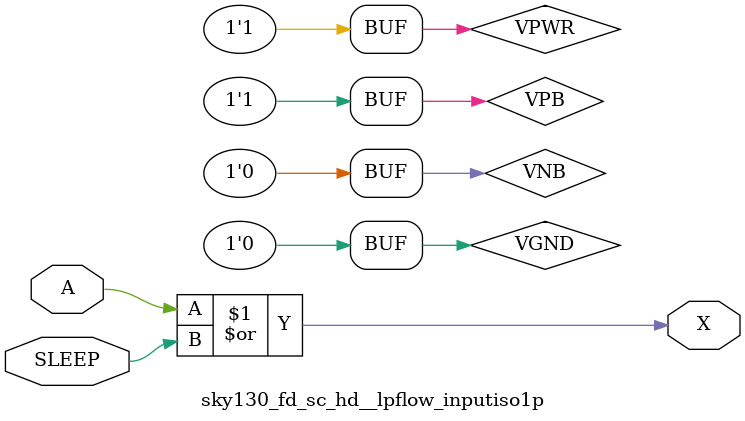
<source format=v>



module sky130_fd_sc_hd__lpflow_inputiso1p (
    X    ,
    A    ,
    SLEEP
);

    output X    ;
    input  A    ;
    input  SLEEP;

    supply1 VPWR;
    supply0 VGND;
    supply1 VPB ;
    supply0 VNB ;

    or  or0  (X     , A, SLEEP       );

endmodule

</source>
